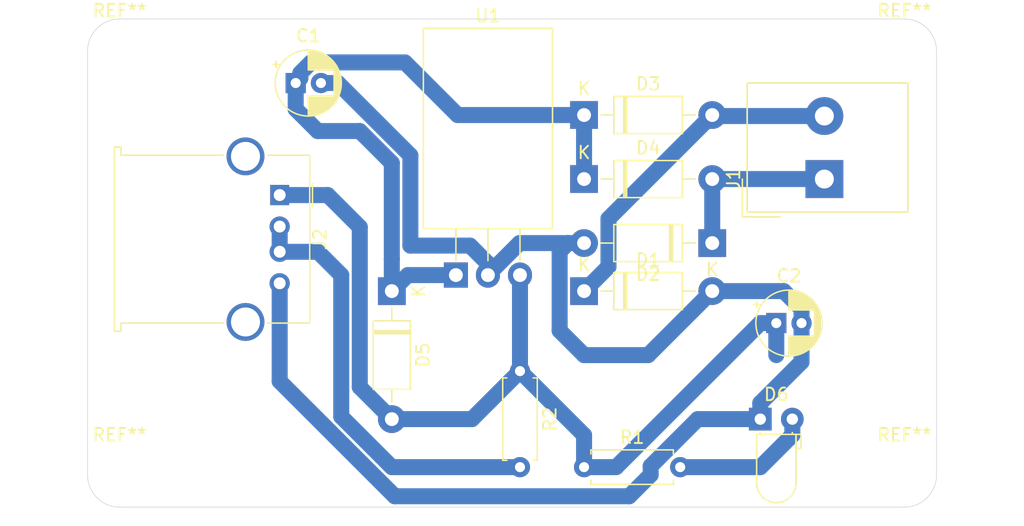
<source format=kicad_pcb>
(kicad_pcb (version 20171130) (host pcbnew "(5.1.8)-1")

  (general
    (thickness 1.6)
    (drawings 8)
    (tracks 72)
    (zones 0)
    (modules 17)
    (nets 8)
  )

  (page A4)
  (layers
    (0 F.Cu signal)
    (31 B.Cu signal)
    (32 B.Adhes user)
    (33 F.Adhes user)
    (34 B.Paste user)
    (35 F.Paste user)
    (36 B.SilkS user)
    (37 F.SilkS user)
    (38 B.Mask user)
    (39 F.Mask user)
    (40 Dwgs.User user)
    (41 Cmts.User user)
    (42 Eco1.User user)
    (43 Eco2.User user)
    (44 Edge.Cuts user)
    (45 Margin user)
    (46 B.CrtYd user)
    (47 F.CrtYd user)
    (48 B.Fab user)
    (49 F.Fab user)
  )

  (setup
    (last_trace_width 1.27)
    (user_trace_width 1.016)
    (user_trace_width 1.27)
    (trace_clearance 0.2)
    (zone_clearance 0.508)
    (zone_45_only no)
    (trace_min 0.2)
    (via_size 0.8)
    (via_drill 0.4)
    (via_min_size 0.4)
    (via_min_drill 0.3)
    (uvia_size 0.3)
    (uvia_drill 0.1)
    (uvias_allowed no)
    (uvia_min_size 0.2)
    (uvia_min_drill 0.1)
    (edge_width 0.05)
    (segment_width 0.2)
    (pcb_text_width 0.3)
    (pcb_text_size 1.5 1.5)
    (mod_edge_width 0.12)
    (mod_text_size 1 1)
    (mod_text_width 0.15)
    (pad_size 1.524 1.524)
    (pad_drill 0.762)
    (pad_to_mask_clearance 0)
    (aux_axis_origin 0 0)
    (grid_origin 149.85 64.77)
    (visible_elements FFFFFF7F)
    (pcbplotparams
      (layerselection 0x010fc_ffffffff)
      (usegerberextensions true)
      (usegerberattributes true)
      (usegerberadvancedattributes true)
      (creategerberjobfile true)
      (excludeedgelayer true)
      (linewidth 0.100000)
      (plotframeref true)
      (viasonmask false)
      (mode 1)
      (useauxorigin false)
      (hpglpennumber 1)
      (hpglpenspeed 20)
      (hpglpendiameter 15.000000)
      (psnegative false)
      (psa4output false)
      (plotreference false)
      (plotvalue true)
      (plotinvisibletext false)
      (padsonsilk false)
      (subtractmaskfromsilk false)
      (outputformat 1)
      (mirror false)
      (drillshape 0)
      (scaleselection 1)
      (outputdirectory "Gerber_Files/"))
  )

  (net 0 "")
  (net 1 "Net-(C1-Pad1)")
  (net 2 GND)
  (net 3 "Net-(C2-Pad1)")
  (net 4 "Net-(D1-Pad1)")
  (net 5 "Net-(D2-Pad1)")
  (net 6 "Net-(D6-Pad2)")
  (net 7 "Net-(J2-Pad2)")

  (net_class Default "This is the default net class."
    (clearance 0.2)
    (trace_width 0.25)
    (via_dia 0.8)
    (via_drill 0.4)
    (uvia_dia 0.3)
    (uvia_drill 0.1)
    (add_net GND)
    (add_net "Net-(C1-Pad1)")
    (add_net "Net-(C2-Pad1)")
    (add_net "Net-(D1-Pad1)")
    (add_net "Net-(D2-Pad1)")
    (add_net "Net-(D6-Pad2)")
    (add_net "Net-(J2-Pad2)")
  )

  (module Connector_USB:USB_A_Molex_67643_Horizontal (layer F.Cu) (tedit 5EA03975) (tstamp 60FF4AAC)
    (at 100.32 76.2 270)
    (descr "USB type A, Horizontal, https://www.molex.com/pdm_docs/sd/676433910_sd.pdf")
    (tags "USB_A Female Connector receptacle")
    (path /60FD4A36)
    (fp_text reference J2 (at 3.5 -3.19 90) (layer F.SilkS)
      (effects (font (size 1 1) (thickness 0.15)))
    )
    (fp_text value Screw_Terminal_01x04 (at 3.5 14.5 90) (layer F.Fab)
      (effects (font (size 1 1) (thickness 0.15)))
    )
    (fp_arc (start 10.07 2.71) (end 10.55 4.66) (angle -152.3426981) (layer F.CrtYd) (width 0.05))
    (fp_arc (start -3.07 2.71) (end -3.55 0.76) (angle -152.3426981) (layer F.CrtYd) (width 0.05))
    (fp_text user %R (at 3.5 3.7 90) (layer F.Fab)
      (effects (font (size 1 1) (thickness 0.15)))
    )
    (fp_line (start -3.05 -2.27) (end 10.05 -2.27) (layer F.Fab) (width 0.1))
    (fp_line (start 10.05 -2.27) (end 10.05 12.69) (layer F.Fab) (width 0.1))
    (fp_line (start -3.16 12.58) (end -3.16 4.47) (layer F.SilkS) (width 0.12))
    (fp_line (start -3.16 12.58) (end -3.81 12.58) (layer F.SilkS) (width 0.12))
    (fp_line (start -3.7 12.69) (end -3.7 12.99) (layer F.Fab) (width 0.1))
    (fp_line (start -3.7 12.99) (end 10.7 12.99) (layer F.Fab) (width 0.1))
    (fp_line (start 10.7 12.99) (end 10.7 12.69) (layer F.Fab) (width 0.1))
    (fp_line (start 10.7 12.69) (end 10.05 12.69) (layer F.Fab) (width 0.1))
    (fp_line (start -3.05 9.27) (end 10.05 9.27) (layer F.Fab) (width 0.1))
    (fp_line (start -3.55 -2.77) (end 10.55 -2.77) (layer F.CrtYd) (width 0.05))
    (fp_line (start 10.55 -2.77) (end 10.55 0.76) (layer F.CrtYd) (width 0.05))
    (fp_line (start -3.55 -2.77) (end -3.55 0.76) (layer F.CrtYd) (width 0.05))
    (fp_line (start -4.2 13.49) (end 11.2 13.49) (layer F.CrtYd) (width 0.05))
    (fp_line (start 11.2 13.49) (end 11.2 12.19) (layer F.CrtYd) (width 0.05))
    (fp_line (start 11.2 12.19) (end 10.55 12.19) (layer F.CrtYd) (width 0.05))
    (fp_line (start 10.55 12.19) (end 10.55 4.66) (layer F.CrtYd) (width 0.05))
    (fp_line (start -4.2 13.49) (end -4.2 12.19) (layer F.CrtYd) (width 0.05))
    (fp_line (start -4.2 12.19) (end -3.55 12.19) (layer F.CrtYd) (width 0.05))
    (fp_line (start -3.55 12.19) (end -3.55 4.66) (layer F.CrtYd) (width 0.05))
    (fp_line (start -3.16 -2.38) (end 10.16 -2.38) (layer F.SilkS) (width 0.12))
    (fp_line (start -3.16 -2.38) (end -3.16 0.95) (layer F.SilkS) (width 0.12))
    (fp_line (start 10.16 -2.38) (end 10.16 0.95) (layer F.SilkS) (width 0.12))
    (fp_line (start -3.05 12.69) (end -3.05 -2.27) (layer F.Fab) (width 0.1))
    (fp_line (start 10.81 13.1) (end 10.81 12.58) (layer F.SilkS) (width 0.12))
    (fp_line (start -3.81 13.1) (end 10.81 13.1) (layer F.SilkS) (width 0.12))
    (fp_line (start 10.16 4.47) (end 10.16 12.58) (layer F.SilkS) (width 0.12))
    (fp_line (start -3.81 12.58) (end -3.81 13.1) (layer F.SilkS) (width 0.12))
    (fp_line (start 10.81 12.58) (end 10.16 12.58) (layer F.SilkS) (width 0.12))
    (fp_line (start -3.05 12.69) (end -3.7 12.69) (layer F.Fab) (width 0.1))
    (fp_line (start -0.9 -2.6) (end 0.9 -2.6) (layer F.SilkS) (width 0.12))
    (fp_line (start -1 -2.27) (end 0 -1.27) (layer F.Fab) (width 0.1))
    (fp_line (start 0 -1.27) (end 1 -2.27) (layer F.Fab) (width 0.1))
    (pad 4 thru_hole circle (at 7 0 270) (size 1.6 1.6) (drill 0.95) (layers *.Cu *.Mask)
      (net 2 GND))
    (pad 3 thru_hole circle (at 4.5 0 270) (size 1.6 1.6) (drill 0.95) (layers *.Cu *.Mask)
      (net 7 "Net-(J2-Pad2)"))
    (pad 2 thru_hole circle (at 2.5 0 270) (size 1.6 1.6) (drill 0.95) (layers *.Cu *.Mask)
      (net 7 "Net-(J2-Pad2)"))
    (pad 1 thru_hole rect (at 0 0 270) (size 1.6 1.5) (drill 0.95) (layers *.Cu *.Mask)
      (net 3 "Net-(C2-Pad1)"))
    (pad 5 thru_hole circle (at 10.07 2.71 270) (size 3 3) (drill 2.3) (layers *.Cu *.Mask))
    (pad 5 thru_hole circle (at -3.07 2.71 270) (size 3 3) (drill 2.3) (layers *.Cu *.Mask))
    (model ${KISYS3DMOD}/Connector_USB.3dshapes/USB_A_Molex_67643_Horizontal.wrl
      (at (xyz 0 0 0))
      (scale (xyz 1 1 1))
      (rotate (xyz 0 0 0))
    )
  )

  (module LED_THT:LED_D3.0mm_Horizontal_O1.27mm_Z2.0mm (layer F.Cu) (tedit 5880A862) (tstamp 60FEF907)
    (at 138.42 93.98)
    (descr "LED, diameter 3.0mm z-position of LED center 2.0mm, 2 pins")
    (tags "LED diameter 3.0mm z-position of LED center 2.0mm 2 pins")
    (path /60FC45B5)
    (fp_text reference D6 (at 1.27 -1.96) (layer F.SilkS)
      (effects (font (size 1 1) (thickness 0.15)))
    )
    (fp_text value LED (at 1.27 7.63) (layer F.Fab)
      (effects (font (size 1 1) (thickness 0.15)))
    )
    (fp_arc (start 1.27 5.07) (end -0.29 5.07) (angle -180) (layer F.SilkS) (width 0.12))
    (fp_arc (start 1.27 5.07) (end -0.23 5.07) (angle -180) (layer F.Fab) (width 0.1))
    (fp_line (start -0.23 1.27) (end -0.23 5.07) (layer F.Fab) (width 0.1))
    (fp_line (start 2.77 1.27) (end 2.77 5.07) (layer F.Fab) (width 0.1))
    (fp_line (start -0.23 1.27) (end 2.77 1.27) (layer F.Fab) (width 0.1))
    (fp_line (start 3.17 1.27) (end 3.17 2.27) (layer F.Fab) (width 0.1))
    (fp_line (start 3.17 2.27) (end 2.77 2.27) (layer F.Fab) (width 0.1))
    (fp_line (start 2.77 2.27) (end 2.77 1.27) (layer F.Fab) (width 0.1))
    (fp_line (start 2.77 1.27) (end 3.17 1.27) (layer F.Fab) (width 0.1))
    (fp_line (start 0 0) (end 0 1.27) (layer F.Fab) (width 0.1))
    (fp_line (start 0 1.27) (end 0 1.27) (layer F.Fab) (width 0.1))
    (fp_line (start 0 1.27) (end 0 0) (layer F.Fab) (width 0.1))
    (fp_line (start 0 0) (end 0 0) (layer F.Fab) (width 0.1))
    (fp_line (start 2.54 0) (end 2.54 1.27) (layer F.Fab) (width 0.1))
    (fp_line (start 2.54 1.27) (end 2.54 1.27) (layer F.Fab) (width 0.1))
    (fp_line (start 2.54 1.27) (end 2.54 0) (layer F.Fab) (width 0.1))
    (fp_line (start 2.54 0) (end 2.54 0) (layer F.Fab) (width 0.1))
    (fp_line (start -0.29 1.21) (end -0.29 5.07) (layer F.SilkS) (width 0.12))
    (fp_line (start 2.83 1.21) (end 2.83 5.07) (layer F.SilkS) (width 0.12))
    (fp_line (start -0.29 1.21) (end 2.83 1.21) (layer F.SilkS) (width 0.12))
    (fp_line (start 3.23 1.21) (end 3.23 2.33) (layer F.SilkS) (width 0.12))
    (fp_line (start 3.23 2.33) (end 2.83 2.33) (layer F.SilkS) (width 0.12))
    (fp_line (start 2.83 2.33) (end 2.83 1.21) (layer F.SilkS) (width 0.12))
    (fp_line (start 2.83 1.21) (end 3.23 1.21) (layer F.SilkS) (width 0.12))
    (fp_line (start 0 1.08) (end 0 1.21) (layer F.SilkS) (width 0.12))
    (fp_line (start 0 1.21) (end 0 1.21) (layer F.SilkS) (width 0.12))
    (fp_line (start 0 1.21) (end 0 1.08) (layer F.SilkS) (width 0.12))
    (fp_line (start 0 1.08) (end 0 1.08) (layer F.SilkS) (width 0.12))
    (fp_line (start 2.54 1.08) (end 2.54 1.21) (layer F.SilkS) (width 0.12))
    (fp_line (start 2.54 1.21) (end 2.54 1.21) (layer F.SilkS) (width 0.12))
    (fp_line (start 2.54 1.21) (end 2.54 1.08) (layer F.SilkS) (width 0.12))
    (fp_line (start 2.54 1.08) (end 2.54 1.08) (layer F.SilkS) (width 0.12))
    (fp_line (start -1.25 -1.25) (end -1.25 6.9) (layer F.CrtYd) (width 0.05))
    (fp_line (start -1.25 6.9) (end 3.75 6.9) (layer F.CrtYd) (width 0.05))
    (fp_line (start 3.75 6.9) (end 3.75 -1.25) (layer F.CrtYd) (width 0.05))
    (fp_line (start 3.75 -1.25) (end -1.25 -1.25) (layer F.CrtYd) (width 0.05))
    (pad 2 thru_hole circle (at 2.54 0) (size 1.8 1.8) (drill 0.9) (layers *.Cu *.Mask)
      (net 6 "Net-(D6-Pad2)"))
    (pad 1 thru_hole rect (at 0 0) (size 1.8 1.8) (drill 0.9) (layers *.Cu *.Mask)
      (net 2 GND))
    (model ${KISYS3DMOD}/LED_THT.3dshapes/LED_D3.0mm_Horizontal_O1.27mm_Z2.0mm.wrl
      (at (xyz 0 0 0))
      (scale (xyz 1 1 1))
      (rotate (xyz 0 0 0))
    )
  )

  (module MountingHole:MountingHole_2.2mm_M2 (layer F.Cu) (tedit 56D1B4CB) (tstamp 60FEF333)
    (at 149.85 98.42)
    (descr "Mounting Hole 2.2mm, no annular, M2")
    (tags "mounting hole 2.2mm no annular m2")
    (attr virtual)
    (fp_text reference REF** (at 0 -3.2) (layer F.SilkS)
      (effects (font (size 1 1) (thickness 0.15)))
    )
    (fp_text value MountingHole_2.2mm_M2 (at 0 3.2) (layer F.Fab)
      (effects (font (size 1 1) (thickness 0.15)))
    )
    (fp_text user %R (at 0.3 0) (layer F.Fab)
      (effects (font (size 1 1) (thickness 0.15)))
    )
    (fp_circle (center 0 0) (end 2.2 0) (layer Cmts.User) (width 0.15))
    (fp_circle (center 0 0) (end 2.45 0) (layer F.CrtYd) (width 0.05))
    (pad 1 np_thru_hole circle (at 0 0) (size 2.2 2.2) (drill 2.2) (layers *.Cu *.Mask))
  )

  (module MountingHole:MountingHole_2.2mm_M2 (layer F.Cu) (tedit 56D1B4CB) (tstamp 60FEF308)
    (at 87.63 98.42)
    (descr "Mounting Hole 2.2mm, no annular, M2")
    (tags "mounting hole 2.2mm no annular m2")
    (attr virtual)
    (fp_text reference REF** (at 0 -3.2) (layer F.SilkS)
      (effects (font (size 1 1) (thickness 0.15)))
    )
    (fp_text value MountingHole_2.2mm_M2 (at 0 3.2) (layer F.Fab)
      (effects (font (size 1 1) (thickness 0.15)))
    )
    (fp_text user %R (at 0.3 0) (layer F.Fab)
      (effects (font (size 1 1) (thickness 0.15)))
    )
    (fp_circle (center 0 0) (end 2.2 0) (layer Cmts.User) (width 0.15))
    (fp_circle (center 0 0) (end 2.45 0) (layer F.CrtYd) (width 0.05))
    (pad 1 np_thru_hole circle (at 0 0) (size 2.2 2.2) (drill 2.2) (layers *.Cu *.Mask))
  )

  (module MountingHole:MountingHole_2.2mm_M2 (layer F.Cu) (tedit 56D1B4CB) (tstamp 60FEF2E4)
    (at 149.85 64.77)
    (descr "Mounting Hole 2.2mm, no annular, M2")
    (tags "mounting hole 2.2mm no annular m2")
    (attr virtual)
    (fp_text reference REF** (at 0 -3.2) (layer F.SilkS)
      (effects (font (size 1 1) (thickness 0.15)))
    )
    (fp_text value MountingHole_2.2mm_M2 (at 0 3.2) (layer F.Fab)
      (effects (font (size 1 1) (thickness 0.15)))
    )
    (fp_text user %R (at 0.3 0) (layer F.Fab)
      (effects (font (size 1 1) (thickness 0.15)))
    )
    (fp_circle (center 0 0) (end 2.2 0) (layer Cmts.User) (width 0.15))
    (fp_circle (center 0 0) (end 2.45 0) (layer F.CrtYd) (width 0.05))
    (pad 1 np_thru_hole circle (at 0 0) (size 2.2 2.2) (drill 2.2) (layers *.Cu *.Mask))
  )

  (module MountingHole:MountingHole_2.2mm_M2 (layer F.Cu) (tedit 56D1B4CB) (tstamp 60FEF2B9)
    (at 87.63 64.77)
    (descr "Mounting Hole 2.2mm, no annular, M2")
    (tags "mounting hole 2.2mm no annular m2")
    (attr virtual)
    (fp_text reference REF** (at 0 -3.2) (layer F.SilkS)
      (effects (font (size 1 1) (thickness 0.15)))
    )
    (fp_text value MountingHole_2.2mm_M2 (at 0 3.2) (layer F.Fab)
      (effects (font (size 1 1) (thickness 0.15)))
    )
    (fp_text user %R (at 0.3 0) (layer F.Fab)
      (effects (font (size 1 1) (thickness 0.15)))
    )
    (fp_circle (center 0 0) (end 2.2 0) (layer Cmts.User) (width 0.15))
    (fp_circle (center 0 0) (end 2.45 0) (layer F.CrtYd) (width 0.05))
    (pad 1 np_thru_hole circle (at 0 0) (size 2.2 2.2) (drill 2.2) (layers *.Cu *.Mask))
  )

  (module Capacitor_THT:CP_Radial_D5.0mm_P2.00mm (layer F.Cu) (tedit 5AE50EF0) (tstamp 60FEF7D6)
    (at 101.59 67.31)
    (descr "CP, Radial series, Radial, pin pitch=2.00mm, , diameter=5mm, Electrolytic Capacitor")
    (tags "CP Radial series Radial pin pitch 2.00mm  diameter 5mm Electrolytic Capacitor")
    (path /60FC2E20)
    (fp_text reference C1 (at 1 -3.75) (layer F.SilkS)
      (effects (font (size 1 1) (thickness 0.15)))
    )
    (fp_text value CP (at 1 3.75) (layer F.Fab)
      (effects (font (size 1 1) (thickness 0.15)))
    )
    (fp_line (start -1.554775 -1.725) (end -1.554775 -1.225) (layer F.SilkS) (width 0.12))
    (fp_line (start -1.804775 -1.475) (end -1.304775 -1.475) (layer F.SilkS) (width 0.12))
    (fp_line (start 3.601 -0.284) (end 3.601 0.284) (layer F.SilkS) (width 0.12))
    (fp_line (start 3.561 -0.518) (end 3.561 0.518) (layer F.SilkS) (width 0.12))
    (fp_line (start 3.521 -0.677) (end 3.521 0.677) (layer F.SilkS) (width 0.12))
    (fp_line (start 3.481 -0.805) (end 3.481 0.805) (layer F.SilkS) (width 0.12))
    (fp_line (start 3.441 -0.915) (end 3.441 0.915) (layer F.SilkS) (width 0.12))
    (fp_line (start 3.401 -1.011) (end 3.401 1.011) (layer F.SilkS) (width 0.12))
    (fp_line (start 3.361 -1.098) (end 3.361 1.098) (layer F.SilkS) (width 0.12))
    (fp_line (start 3.321 -1.178) (end 3.321 1.178) (layer F.SilkS) (width 0.12))
    (fp_line (start 3.281 -1.251) (end 3.281 1.251) (layer F.SilkS) (width 0.12))
    (fp_line (start 3.241 -1.319) (end 3.241 1.319) (layer F.SilkS) (width 0.12))
    (fp_line (start 3.201 -1.383) (end 3.201 1.383) (layer F.SilkS) (width 0.12))
    (fp_line (start 3.161 -1.443) (end 3.161 1.443) (layer F.SilkS) (width 0.12))
    (fp_line (start 3.121 -1.5) (end 3.121 1.5) (layer F.SilkS) (width 0.12))
    (fp_line (start 3.081 -1.554) (end 3.081 1.554) (layer F.SilkS) (width 0.12))
    (fp_line (start 3.041 -1.605) (end 3.041 1.605) (layer F.SilkS) (width 0.12))
    (fp_line (start 3.001 1.04) (end 3.001 1.653) (layer F.SilkS) (width 0.12))
    (fp_line (start 3.001 -1.653) (end 3.001 -1.04) (layer F.SilkS) (width 0.12))
    (fp_line (start 2.961 1.04) (end 2.961 1.699) (layer F.SilkS) (width 0.12))
    (fp_line (start 2.961 -1.699) (end 2.961 -1.04) (layer F.SilkS) (width 0.12))
    (fp_line (start 2.921 1.04) (end 2.921 1.743) (layer F.SilkS) (width 0.12))
    (fp_line (start 2.921 -1.743) (end 2.921 -1.04) (layer F.SilkS) (width 0.12))
    (fp_line (start 2.881 1.04) (end 2.881 1.785) (layer F.SilkS) (width 0.12))
    (fp_line (start 2.881 -1.785) (end 2.881 -1.04) (layer F.SilkS) (width 0.12))
    (fp_line (start 2.841 1.04) (end 2.841 1.826) (layer F.SilkS) (width 0.12))
    (fp_line (start 2.841 -1.826) (end 2.841 -1.04) (layer F.SilkS) (width 0.12))
    (fp_line (start 2.801 1.04) (end 2.801 1.864) (layer F.SilkS) (width 0.12))
    (fp_line (start 2.801 -1.864) (end 2.801 -1.04) (layer F.SilkS) (width 0.12))
    (fp_line (start 2.761 1.04) (end 2.761 1.901) (layer F.SilkS) (width 0.12))
    (fp_line (start 2.761 -1.901) (end 2.761 -1.04) (layer F.SilkS) (width 0.12))
    (fp_line (start 2.721 1.04) (end 2.721 1.937) (layer F.SilkS) (width 0.12))
    (fp_line (start 2.721 -1.937) (end 2.721 -1.04) (layer F.SilkS) (width 0.12))
    (fp_line (start 2.681 1.04) (end 2.681 1.971) (layer F.SilkS) (width 0.12))
    (fp_line (start 2.681 -1.971) (end 2.681 -1.04) (layer F.SilkS) (width 0.12))
    (fp_line (start 2.641 1.04) (end 2.641 2.004) (layer F.SilkS) (width 0.12))
    (fp_line (start 2.641 -2.004) (end 2.641 -1.04) (layer F.SilkS) (width 0.12))
    (fp_line (start 2.601 1.04) (end 2.601 2.035) (layer F.SilkS) (width 0.12))
    (fp_line (start 2.601 -2.035) (end 2.601 -1.04) (layer F.SilkS) (width 0.12))
    (fp_line (start 2.561 1.04) (end 2.561 2.065) (layer F.SilkS) (width 0.12))
    (fp_line (start 2.561 -2.065) (end 2.561 -1.04) (layer F.SilkS) (width 0.12))
    (fp_line (start 2.521 1.04) (end 2.521 2.095) (layer F.SilkS) (width 0.12))
    (fp_line (start 2.521 -2.095) (end 2.521 -1.04) (layer F.SilkS) (width 0.12))
    (fp_line (start 2.481 1.04) (end 2.481 2.122) (layer F.SilkS) (width 0.12))
    (fp_line (start 2.481 -2.122) (end 2.481 -1.04) (layer F.SilkS) (width 0.12))
    (fp_line (start 2.441 1.04) (end 2.441 2.149) (layer F.SilkS) (width 0.12))
    (fp_line (start 2.441 -2.149) (end 2.441 -1.04) (layer F.SilkS) (width 0.12))
    (fp_line (start 2.401 1.04) (end 2.401 2.175) (layer F.SilkS) (width 0.12))
    (fp_line (start 2.401 -2.175) (end 2.401 -1.04) (layer F.SilkS) (width 0.12))
    (fp_line (start 2.361 1.04) (end 2.361 2.2) (layer F.SilkS) (width 0.12))
    (fp_line (start 2.361 -2.2) (end 2.361 -1.04) (layer F.SilkS) (width 0.12))
    (fp_line (start 2.321 1.04) (end 2.321 2.224) (layer F.SilkS) (width 0.12))
    (fp_line (start 2.321 -2.224) (end 2.321 -1.04) (layer F.SilkS) (width 0.12))
    (fp_line (start 2.281 1.04) (end 2.281 2.247) (layer F.SilkS) (width 0.12))
    (fp_line (start 2.281 -2.247) (end 2.281 -1.04) (layer F.SilkS) (width 0.12))
    (fp_line (start 2.241 1.04) (end 2.241 2.268) (layer F.SilkS) (width 0.12))
    (fp_line (start 2.241 -2.268) (end 2.241 -1.04) (layer F.SilkS) (width 0.12))
    (fp_line (start 2.201 1.04) (end 2.201 2.29) (layer F.SilkS) (width 0.12))
    (fp_line (start 2.201 -2.29) (end 2.201 -1.04) (layer F.SilkS) (width 0.12))
    (fp_line (start 2.161 1.04) (end 2.161 2.31) (layer F.SilkS) (width 0.12))
    (fp_line (start 2.161 -2.31) (end 2.161 -1.04) (layer F.SilkS) (width 0.12))
    (fp_line (start 2.121 1.04) (end 2.121 2.329) (layer F.SilkS) (width 0.12))
    (fp_line (start 2.121 -2.329) (end 2.121 -1.04) (layer F.SilkS) (width 0.12))
    (fp_line (start 2.081 1.04) (end 2.081 2.348) (layer F.SilkS) (width 0.12))
    (fp_line (start 2.081 -2.348) (end 2.081 -1.04) (layer F.SilkS) (width 0.12))
    (fp_line (start 2.041 1.04) (end 2.041 2.365) (layer F.SilkS) (width 0.12))
    (fp_line (start 2.041 -2.365) (end 2.041 -1.04) (layer F.SilkS) (width 0.12))
    (fp_line (start 2.001 1.04) (end 2.001 2.382) (layer F.SilkS) (width 0.12))
    (fp_line (start 2.001 -2.382) (end 2.001 -1.04) (layer F.SilkS) (width 0.12))
    (fp_line (start 1.961 1.04) (end 1.961 2.398) (layer F.SilkS) (width 0.12))
    (fp_line (start 1.961 -2.398) (end 1.961 -1.04) (layer F.SilkS) (width 0.12))
    (fp_line (start 1.921 1.04) (end 1.921 2.414) (layer F.SilkS) (width 0.12))
    (fp_line (start 1.921 -2.414) (end 1.921 -1.04) (layer F.SilkS) (width 0.12))
    (fp_line (start 1.881 1.04) (end 1.881 2.428) (layer F.SilkS) (width 0.12))
    (fp_line (start 1.881 -2.428) (end 1.881 -1.04) (layer F.SilkS) (width 0.12))
    (fp_line (start 1.841 1.04) (end 1.841 2.442) (layer F.SilkS) (width 0.12))
    (fp_line (start 1.841 -2.442) (end 1.841 -1.04) (layer F.SilkS) (width 0.12))
    (fp_line (start 1.801 1.04) (end 1.801 2.455) (layer F.SilkS) (width 0.12))
    (fp_line (start 1.801 -2.455) (end 1.801 -1.04) (layer F.SilkS) (width 0.12))
    (fp_line (start 1.761 1.04) (end 1.761 2.468) (layer F.SilkS) (width 0.12))
    (fp_line (start 1.761 -2.468) (end 1.761 -1.04) (layer F.SilkS) (width 0.12))
    (fp_line (start 1.721 1.04) (end 1.721 2.48) (layer F.SilkS) (width 0.12))
    (fp_line (start 1.721 -2.48) (end 1.721 -1.04) (layer F.SilkS) (width 0.12))
    (fp_line (start 1.68 1.04) (end 1.68 2.491) (layer F.SilkS) (width 0.12))
    (fp_line (start 1.68 -2.491) (end 1.68 -1.04) (layer F.SilkS) (width 0.12))
    (fp_line (start 1.64 1.04) (end 1.64 2.501) (layer F.SilkS) (width 0.12))
    (fp_line (start 1.64 -2.501) (end 1.64 -1.04) (layer F.SilkS) (width 0.12))
    (fp_line (start 1.6 1.04) (end 1.6 2.511) (layer F.SilkS) (width 0.12))
    (fp_line (start 1.6 -2.511) (end 1.6 -1.04) (layer F.SilkS) (width 0.12))
    (fp_line (start 1.56 1.04) (end 1.56 2.52) (layer F.SilkS) (width 0.12))
    (fp_line (start 1.56 -2.52) (end 1.56 -1.04) (layer F.SilkS) (width 0.12))
    (fp_line (start 1.52 1.04) (end 1.52 2.528) (layer F.SilkS) (width 0.12))
    (fp_line (start 1.52 -2.528) (end 1.52 -1.04) (layer F.SilkS) (width 0.12))
    (fp_line (start 1.48 1.04) (end 1.48 2.536) (layer F.SilkS) (width 0.12))
    (fp_line (start 1.48 -2.536) (end 1.48 -1.04) (layer F.SilkS) (width 0.12))
    (fp_line (start 1.44 1.04) (end 1.44 2.543) (layer F.SilkS) (width 0.12))
    (fp_line (start 1.44 -2.543) (end 1.44 -1.04) (layer F.SilkS) (width 0.12))
    (fp_line (start 1.4 1.04) (end 1.4 2.55) (layer F.SilkS) (width 0.12))
    (fp_line (start 1.4 -2.55) (end 1.4 -1.04) (layer F.SilkS) (width 0.12))
    (fp_line (start 1.36 1.04) (end 1.36 2.556) (layer F.SilkS) (width 0.12))
    (fp_line (start 1.36 -2.556) (end 1.36 -1.04) (layer F.SilkS) (width 0.12))
    (fp_line (start 1.32 1.04) (end 1.32 2.561) (layer F.SilkS) (width 0.12))
    (fp_line (start 1.32 -2.561) (end 1.32 -1.04) (layer F.SilkS) (width 0.12))
    (fp_line (start 1.28 1.04) (end 1.28 2.565) (layer F.SilkS) (width 0.12))
    (fp_line (start 1.28 -2.565) (end 1.28 -1.04) (layer F.SilkS) (width 0.12))
    (fp_line (start 1.24 1.04) (end 1.24 2.569) (layer F.SilkS) (width 0.12))
    (fp_line (start 1.24 -2.569) (end 1.24 -1.04) (layer F.SilkS) (width 0.12))
    (fp_line (start 1.2 1.04) (end 1.2 2.573) (layer F.SilkS) (width 0.12))
    (fp_line (start 1.2 -2.573) (end 1.2 -1.04) (layer F.SilkS) (width 0.12))
    (fp_line (start 1.16 1.04) (end 1.16 2.576) (layer F.SilkS) (width 0.12))
    (fp_line (start 1.16 -2.576) (end 1.16 -1.04) (layer F.SilkS) (width 0.12))
    (fp_line (start 1.12 1.04) (end 1.12 2.578) (layer F.SilkS) (width 0.12))
    (fp_line (start 1.12 -2.578) (end 1.12 -1.04) (layer F.SilkS) (width 0.12))
    (fp_line (start 1.08 1.04) (end 1.08 2.579) (layer F.SilkS) (width 0.12))
    (fp_line (start 1.08 -2.579) (end 1.08 -1.04) (layer F.SilkS) (width 0.12))
    (fp_line (start 1.04 -2.58) (end 1.04 -1.04) (layer F.SilkS) (width 0.12))
    (fp_line (start 1.04 1.04) (end 1.04 2.58) (layer F.SilkS) (width 0.12))
    (fp_line (start 1 -2.58) (end 1 -1.04) (layer F.SilkS) (width 0.12))
    (fp_line (start 1 1.04) (end 1 2.58) (layer F.SilkS) (width 0.12))
    (fp_line (start -0.883605 -1.3375) (end -0.883605 -0.8375) (layer F.Fab) (width 0.1))
    (fp_line (start -1.133605 -1.0875) (end -0.633605 -1.0875) (layer F.Fab) (width 0.1))
    (fp_circle (center 1 0) (end 3.75 0) (layer F.CrtYd) (width 0.05))
    (fp_circle (center 1 0) (end 3.62 0) (layer F.SilkS) (width 0.12))
    (fp_circle (center 1 0) (end 3.5 0) (layer F.Fab) (width 0.1))
    (fp_text user %R (at 1 0) (layer F.Fab)
      (effects (font (size 1 1) (thickness 0.15)))
    )
    (pad 1 thru_hole rect (at 0 0) (size 1.6 1.6) (drill 0.8) (layers *.Cu *.Mask)
      (net 1 "Net-(C1-Pad1)"))
    (pad 2 thru_hole circle (at 2 0) (size 1.6 1.6) (drill 0.8) (layers *.Cu *.Mask)
      (net 2 GND))
    (model ${KISYS3DMOD}/Capacitor_THT.3dshapes/CP_Radial_D5.0mm_P2.00mm.wrl
      (at (xyz 0 0 0))
      (scale (xyz 1 1 1))
      (rotate (xyz 0 0 0))
    )
  )

  (module Capacitor_THT:CP_Radial_D5.0mm_P2.00mm (layer F.Cu) (tedit 5AE50EF0) (tstamp 60FEF859)
    (at 139.69 86.36)
    (descr "CP, Radial series, Radial, pin pitch=2.00mm, , diameter=5mm, Electrolytic Capacitor")
    (tags "CP Radial series Radial pin pitch 2.00mm  diameter 5mm Electrolytic Capacitor")
    (path /60FC37B0)
    (fp_text reference C2 (at 1 -3.75) (layer F.SilkS)
      (effects (font (size 1 1) (thickness 0.15)))
    )
    (fp_text value CP (at 1 3.75) (layer F.Fab)
      (effects (font (size 1 1) (thickness 0.15)))
    )
    (fp_text user %R (at 1 0) (layer F.Fab)
      (effects (font (size 1 1) (thickness 0.15)))
    )
    (fp_circle (center 1 0) (end 3.5 0) (layer F.Fab) (width 0.1))
    (fp_circle (center 1 0) (end 3.62 0) (layer F.SilkS) (width 0.12))
    (fp_circle (center 1 0) (end 3.75 0) (layer F.CrtYd) (width 0.05))
    (fp_line (start -1.133605 -1.0875) (end -0.633605 -1.0875) (layer F.Fab) (width 0.1))
    (fp_line (start -0.883605 -1.3375) (end -0.883605 -0.8375) (layer F.Fab) (width 0.1))
    (fp_line (start 1 1.04) (end 1 2.58) (layer F.SilkS) (width 0.12))
    (fp_line (start 1 -2.58) (end 1 -1.04) (layer F.SilkS) (width 0.12))
    (fp_line (start 1.04 1.04) (end 1.04 2.58) (layer F.SilkS) (width 0.12))
    (fp_line (start 1.04 -2.58) (end 1.04 -1.04) (layer F.SilkS) (width 0.12))
    (fp_line (start 1.08 -2.579) (end 1.08 -1.04) (layer F.SilkS) (width 0.12))
    (fp_line (start 1.08 1.04) (end 1.08 2.579) (layer F.SilkS) (width 0.12))
    (fp_line (start 1.12 -2.578) (end 1.12 -1.04) (layer F.SilkS) (width 0.12))
    (fp_line (start 1.12 1.04) (end 1.12 2.578) (layer F.SilkS) (width 0.12))
    (fp_line (start 1.16 -2.576) (end 1.16 -1.04) (layer F.SilkS) (width 0.12))
    (fp_line (start 1.16 1.04) (end 1.16 2.576) (layer F.SilkS) (width 0.12))
    (fp_line (start 1.2 -2.573) (end 1.2 -1.04) (layer F.SilkS) (width 0.12))
    (fp_line (start 1.2 1.04) (end 1.2 2.573) (layer F.SilkS) (width 0.12))
    (fp_line (start 1.24 -2.569) (end 1.24 -1.04) (layer F.SilkS) (width 0.12))
    (fp_line (start 1.24 1.04) (end 1.24 2.569) (layer F.SilkS) (width 0.12))
    (fp_line (start 1.28 -2.565) (end 1.28 -1.04) (layer F.SilkS) (width 0.12))
    (fp_line (start 1.28 1.04) (end 1.28 2.565) (layer F.SilkS) (width 0.12))
    (fp_line (start 1.32 -2.561) (end 1.32 -1.04) (layer F.SilkS) (width 0.12))
    (fp_line (start 1.32 1.04) (end 1.32 2.561) (layer F.SilkS) (width 0.12))
    (fp_line (start 1.36 -2.556) (end 1.36 -1.04) (layer F.SilkS) (width 0.12))
    (fp_line (start 1.36 1.04) (end 1.36 2.556) (layer F.SilkS) (width 0.12))
    (fp_line (start 1.4 -2.55) (end 1.4 -1.04) (layer F.SilkS) (width 0.12))
    (fp_line (start 1.4 1.04) (end 1.4 2.55) (layer F.SilkS) (width 0.12))
    (fp_line (start 1.44 -2.543) (end 1.44 -1.04) (layer F.SilkS) (width 0.12))
    (fp_line (start 1.44 1.04) (end 1.44 2.543) (layer F.SilkS) (width 0.12))
    (fp_line (start 1.48 -2.536) (end 1.48 -1.04) (layer F.SilkS) (width 0.12))
    (fp_line (start 1.48 1.04) (end 1.48 2.536) (layer F.SilkS) (width 0.12))
    (fp_line (start 1.52 -2.528) (end 1.52 -1.04) (layer F.SilkS) (width 0.12))
    (fp_line (start 1.52 1.04) (end 1.52 2.528) (layer F.SilkS) (width 0.12))
    (fp_line (start 1.56 -2.52) (end 1.56 -1.04) (layer F.SilkS) (width 0.12))
    (fp_line (start 1.56 1.04) (end 1.56 2.52) (layer F.SilkS) (width 0.12))
    (fp_line (start 1.6 -2.511) (end 1.6 -1.04) (layer F.SilkS) (width 0.12))
    (fp_line (start 1.6 1.04) (end 1.6 2.511) (layer F.SilkS) (width 0.12))
    (fp_line (start 1.64 -2.501) (end 1.64 -1.04) (layer F.SilkS) (width 0.12))
    (fp_line (start 1.64 1.04) (end 1.64 2.501) (layer F.SilkS) (width 0.12))
    (fp_line (start 1.68 -2.491) (end 1.68 -1.04) (layer F.SilkS) (width 0.12))
    (fp_line (start 1.68 1.04) (end 1.68 2.491) (layer F.SilkS) (width 0.12))
    (fp_line (start 1.721 -2.48) (end 1.721 -1.04) (layer F.SilkS) (width 0.12))
    (fp_line (start 1.721 1.04) (end 1.721 2.48) (layer F.SilkS) (width 0.12))
    (fp_line (start 1.761 -2.468) (end 1.761 -1.04) (layer F.SilkS) (width 0.12))
    (fp_line (start 1.761 1.04) (end 1.761 2.468) (layer F.SilkS) (width 0.12))
    (fp_line (start 1.801 -2.455) (end 1.801 -1.04) (layer F.SilkS) (width 0.12))
    (fp_line (start 1.801 1.04) (end 1.801 2.455) (layer F.SilkS) (width 0.12))
    (fp_line (start 1.841 -2.442) (end 1.841 -1.04) (layer F.SilkS) (width 0.12))
    (fp_line (start 1.841 1.04) (end 1.841 2.442) (layer F.SilkS) (width 0.12))
    (fp_line (start 1.881 -2.428) (end 1.881 -1.04) (layer F.SilkS) (width 0.12))
    (fp_line (start 1.881 1.04) (end 1.881 2.428) (layer F.SilkS) (width 0.12))
    (fp_line (start 1.921 -2.414) (end 1.921 -1.04) (layer F.SilkS) (width 0.12))
    (fp_line (start 1.921 1.04) (end 1.921 2.414) (layer F.SilkS) (width 0.12))
    (fp_line (start 1.961 -2.398) (end 1.961 -1.04) (layer F.SilkS) (width 0.12))
    (fp_line (start 1.961 1.04) (end 1.961 2.398) (layer F.SilkS) (width 0.12))
    (fp_line (start 2.001 -2.382) (end 2.001 -1.04) (layer F.SilkS) (width 0.12))
    (fp_line (start 2.001 1.04) (end 2.001 2.382) (layer F.SilkS) (width 0.12))
    (fp_line (start 2.041 -2.365) (end 2.041 -1.04) (layer F.SilkS) (width 0.12))
    (fp_line (start 2.041 1.04) (end 2.041 2.365) (layer F.SilkS) (width 0.12))
    (fp_line (start 2.081 -2.348) (end 2.081 -1.04) (layer F.SilkS) (width 0.12))
    (fp_line (start 2.081 1.04) (end 2.081 2.348) (layer F.SilkS) (width 0.12))
    (fp_line (start 2.121 -2.329) (end 2.121 -1.04) (layer F.SilkS) (width 0.12))
    (fp_line (start 2.121 1.04) (end 2.121 2.329) (layer F.SilkS) (width 0.12))
    (fp_line (start 2.161 -2.31) (end 2.161 -1.04) (layer F.SilkS) (width 0.12))
    (fp_line (start 2.161 1.04) (end 2.161 2.31) (layer F.SilkS) (width 0.12))
    (fp_line (start 2.201 -2.29) (end 2.201 -1.04) (layer F.SilkS) (width 0.12))
    (fp_line (start 2.201 1.04) (end 2.201 2.29) (layer F.SilkS) (width 0.12))
    (fp_line (start 2.241 -2.268) (end 2.241 -1.04) (layer F.SilkS) (width 0.12))
    (fp_line (start 2.241 1.04) (end 2.241 2.268) (layer F.SilkS) (width 0.12))
    (fp_line (start 2.281 -2.247) (end 2.281 -1.04) (layer F.SilkS) (width 0.12))
    (fp_line (start 2.281 1.04) (end 2.281 2.247) (layer F.SilkS) (width 0.12))
    (fp_line (start 2.321 -2.224) (end 2.321 -1.04) (layer F.SilkS) (width 0.12))
    (fp_line (start 2.321 1.04) (end 2.321 2.224) (layer F.SilkS) (width 0.12))
    (fp_line (start 2.361 -2.2) (end 2.361 -1.04) (layer F.SilkS) (width 0.12))
    (fp_line (start 2.361 1.04) (end 2.361 2.2) (layer F.SilkS) (width 0.12))
    (fp_line (start 2.401 -2.175) (end 2.401 -1.04) (layer F.SilkS) (width 0.12))
    (fp_line (start 2.401 1.04) (end 2.401 2.175) (layer F.SilkS) (width 0.12))
    (fp_line (start 2.441 -2.149) (end 2.441 -1.04) (layer F.SilkS) (width 0.12))
    (fp_line (start 2.441 1.04) (end 2.441 2.149) (layer F.SilkS) (width 0.12))
    (fp_line (start 2.481 -2.122) (end 2.481 -1.04) (layer F.SilkS) (width 0.12))
    (fp_line (start 2.481 1.04) (end 2.481 2.122) (layer F.SilkS) (width 0.12))
    (fp_line (start 2.521 -2.095) (end 2.521 -1.04) (layer F.SilkS) (width 0.12))
    (fp_line (start 2.521 1.04) (end 2.521 2.095) (layer F.SilkS) (width 0.12))
    (fp_line (start 2.561 -2.065) (end 2.561 -1.04) (layer F.SilkS) (width 0.12))
    (fp_line (start 2.561 1.04) (end 2.561 2.065) (layer F.SilkS) (width 0.12))
    (fp_line (start 2.601 -2.035) (end 2.601 -1.04) (layer F.SilkS) (width 0.12))
    (fp_line (start 2.601 1.04) (end 2.601 2.035) (layer F.SilkS) (width 0.12))
    (fp_line (start 2.641 -2.004) (end 2.641 -1.04) (layer F.SilkS) (width 0.12))
    (fp_line (start 2.641 1.04) (end 2.641 2.004) (layer F.SilkS) (width 0.12))
    (fp_line (start 2.681 -1.971) (end 2.681 -1.04) (layer F.SilkS) (width 0.12))
    (fp_line (start 2.681 1.04) (end 2.681 1.971) (layer F.SilkS) (width 0.12))
    (fp_line (start 2.721 -1.937) (end 2.721 -1.04) (layer F.SilkS) (width 0.12))
    (fp_line (start 2.721 1.04) (end 2.721 1.937) (layer F.SilkS) (width 0.12))
    (fp_line (start 2.761 -1.901) (end 2.761 -1.04) (layer F.SilkS) (width 0.12))
    (fp_line (start 2.761 1.04) (end 2.761 1.901) (layer F.SilkS) (width 0.12))
    (fp_line (start 2.801 -1.864) (end 2.801 -1.04) (layer F.SilkS) (width 0.12))
    (fp_line (start 2.801 1.04) (end 2.801 1.864) (layer F.SilkS) (width 0.12))
    (fp_line (start 2.841 -1.826) (end 2.841 -1.04) (layer F.SilkS) (width 0.12))
    (fp_line (start 2.841 1.04) (end 2.841 1.826) (layer F.SilkS) (width 0.12))
    (fp_line (start 2.881 -1.785) (end 2.881 -1.04) (layer F.SilkS) (width 0.12))
    (fp_line (start 2.881 1.04) (end 2.881 1.785) (layer F.SilkS) (width 0.12))
    (fp_line (start 2.921 -1.743) (end 2.921 -1.04) (layer F.SilkS) (width 0.12))
    (fp_line (start 2.921 1.04) (end 2.921 1.743) (layer F.SilkS) (width 0.12))
    (fp_line (start 2.961 -1.699) (end 2.961 -1.04) (layer F.SilkS) (width 0.12))
    (fp_line (start 2.961 1.04) (end 2.961 1.699) (layer F.SilkS) (width 0.12))
    (fp_line (start 3.001 -1.653) (end 3.001 -1.04) (layer F.SilkS) (width 0.12))
    (fp_line (start 3.001 1.04) (end 3.001 1.653) (layer F.SilkS) (width 0.12))
    (fp_line (start 3.041 -1.605) (end 3.041 1.605) (layer F.SilkS) (width 0.12))
    (fp_line (start 3.081 -1.554) (end 3.081 1.554) (layer F.SilkS) (width 0.12))
    (fp_line (start 3.121 -1.5) (end 3.121 1.5) (layer F.SilkS) (width 0.12))
    (fp_line (start 3.161 -1.443) (end 3.161 1.443) (layer F.SilkS) (width 0.12))
    (fp_line (start 3.201 -1.383) (end 3.201 1.383) (layer F.SilkS) (width 0.12))
    (fp_line (start 3.241 -1.319) (end 3.241 1.319) (layer F.SilkS) (width 0.12))
    (fp_line (start 3.281 -1.251) (end 3.281 1.251) (layer F.SilkS) (width 0.12))
    (fp_line (start 3.321 -1.178) (end 3.321 1.178) (layer F.SilkS) (width 0.12))
    (fp_line (start 3.361 -1.098) (end 3.361 1.098) (layer F.SilkS) (width 0.12))
    (fp_line (start 3.401 -1.011) (end 3.401 1.011) (layer F.SilkS) (width 0.12))
    (fp_line (start 3.441 -0.915) (end 3.441 0.915) (layer F.SilkS) (width 0.12))
    (fp_line (start 3.481 -0.805) (end 3.481 0.805) (layer F.SilkS) (width 0.12))
    (fp_line (start 3.521 -0.677) (end 3.521 0.677) (layer F.SilkS) (width 0.12))
    (fp_line (start 3.561 -0.518) (end 3.561 0.518) (layer F.SilkS) (width 0.12))
    (fp_line (start 3.601 -0.284) (end 3.601 0.284) (layer F.SilkS) (width 0.12))
    (fp_line (start -1.804775 -1.475) (end -1.304775 -1.475) (layer F.SilkS) (width 0.12))
    (fp_line (start -1.554775 -1.725) (end -1.554775 -1.225) (layer F.SilkS) (width 0.12))
    (pad 2 thru_hole circle (at 2 0) (size 1.6 1.6) (drill 0.8) (layers *.Cu *.Mask)
      (net 2 GND))
    (pad 1 thru_hole rect (at 0 0) (size 1.6 1.6) (drill 0.8) (layers *.Cu *.Mask)
      (net 3 "Net-(C2-Pad1)"))
    (model ${KISYS3DMOD}/Capacitor_THT.3dshapes/CP_Radial_D5.0mm_P2.00mm.wrl
      (at (xyz 0 0 0))
      (scale (xyz 1 1 1))
      (rotate (xyz 0 0 0))
    )
  )

  (module Diode_THT:D_DO-41_SOD81_P10.16mm_Horizontal (layer F.Cu) (tedit 5AE50CD5) (tstamp 60FEF878)
    (at 124.45 83.82)
    (descr "Diode, DO-41_SOD81 series, Axial, Horizontal, pin pitch=10.16mm, , length*diameter=5.2*2.7mm^2, , http://www.diodes.com/_files/packages/DO-41%20(Plastic).pdf")
    (tags "Diode DO-41_SOD81 series Axial Horizontal pin pitch 10.16mm  length 5.2mm diameter 2.7mm")
    (path /60FC16E2)
    (fp_text reference D1 (at 5.08 -2.47) (layer F.SilkS)
      (effects (font (size 1 1) (thickness 0.15)))
    )
    (fp_text value 1N4007 (at 5.08 2.47) (layer F.Fab)
      (effects (font (size 1 1) (thickness 0.15)))
    )
    (fp_line (start 11.51 -1.6) (end -1.35 -1.6) (layer F.CrtYd) (width 0.05))
    (fp_line (start 11.51 1.6) (end 11.51 -1.6) (layer F.CrtYd) (width 0.05))
    (fp_line (start -1.35 1.6) (end 11.51 1.6) (layer F.CrtYd) (width 0.05))
    (fp_line (start -1.35 -1.6) (end -1.35 1.6) (layer F.CrtYd) (width 0.05))
    (fp_line (start 3.14 -1.47) (end 3.14 1.47) (layer F.SilkS) (width 0.12))
    (fp_line (start 3.38 -1.47) (end 3.38 1.47) (layer F.SilkS) (width 0.12))
    (fp_line (start 3.26 -1.47) (end 3.26 1.47) (layer F.SilkS) (width 0.12))
    (fp_line (start 8.82 0) (end 7.8 0) (layer F.SilkS) (width 0.12))
    (fp_line (start 1.34 0) (end 2.36 0) (layer F.SilkS) (width 0.12))
    (fp_line (start 7.8 -1.47) (end 2.36 -1.47) (layer F.SilkS) (width 0.12))
    (fp_line (start 7.8 1.47) (end 7.8 -1.47) (layer F.SilkS) (width 0.12))
    (fp_line (start 2.36 1.47) (end 7.8 1.47) (layer F.SilkS) (width 0.12))
    (fp_line (start 2.36 -1.47) (end 2.36 1.47) (layer F.SilkS) (width 0.12))
    (fp_line (start 3.16 -1.35) (end 3.16 1.35) (layer F.Fab) (width 0.1))
    (fp_line (start 3.36 -1.35) (end 3.36 1.35) (layer F.Fab) (width 0.1))
    (fp_line (start 3.26 -1.35) (end 3.26 1.35) (layer F.Fab) (width 0.1))
    (fp_line (start 10.16 0) (end 7.68 0) (layer F.Fab) (width 0.1))
    (fp_line (start 0 0) (end 2.48 0) (layer F.Fab) (width 0.1))
    (fp_line (start 7.68 -1.35) (end 2.48 -1.35) (layer F.Fab) (width 0.1))
    (fp_line (start 7.68 1.35) (end 7.68 -1.35) (layer F.Fab) (width 0.1))
    (fp_line (start 2.48 1.35) (end 7.68 1.35) (layer F.Fab) (width 0.1))
    (fp_line (start 2.48 -1.35) (end 2.48 1.35) (layer F.Fab) (width 0.1))
    (fp_text user %R (at 5.47 0) (layer F.Fab)
      (effects (font (size 1 1) (thickness 0.15)))
    )
    (fp_text user K (at 0 -2.1) (layer F.Fab)
      (effects (font (size 1 1) (thickness 0.15)))
    )
    (fp_text user K (at 0 -2.1) (layer F.SilkS)
      (effects (font (size 1 1) (thickness 0.15)))
    )
    (pad 1 thru_hole rect (at 0 0) (size 2.2 2.2) (drill 1.1) (layers *.Cu *.Mask)
      (net 4 "Net-(D1-Pad1)"))
    (pad 2 thru_hole oval (at 10.16 0) (size 2.2 2.2) (drill 1.1) (layers *.Cu *.Mask)
      (net 2 GND))
    (model ${KISYS3DMOD}/Diode_THT.3dshapes/D_DO-41_SOD81_P10.16mm_Horizontal.wrl
      (at (xyz 0 0 0))
      (scale (xyz 1 1 1))
      (rotate (xyz 0 0 0))
    )
  )

  (module Diode_THT:D_DO-41_SOD81_P10.16mm_Horizontal (layer F.Cu) (tedit 5AE50CD5) (tstamp 60FF25B7)
    (at 134.61 80.01 180)
    (descr "Diode, DO-41_SOD81 series, Axial, Horizontal, pin pitch=10.16mm, , length*diameter=5.2*2.7mm^2, , http://www.diodes.com/_files/packages/DO-41%20(Plastic).pdf")
    (tags "Diode DO-41_SOD81 series Axial Horizontal pin pitch 10.16mm  length 5.2mm diameter 2.7mm")
    (path /60FC20B9)
    (fp_text reference D2 (at 5.08 -2.47) (layer F.SilkS)
      (effects (font (size 1 1) (thickness 0.15)))
    )
    (fp_text value 1N4007 (at 5.08 2.47) (layer F.Fab)
      (effects (font (size 1 1) (thickness 0.15)))
    )
    (fp_text user K (at 0 -2.1) (layer F.SilkS)
      (effects (font (size 1 1) (thickness 0.15)))
    )
    (fp_text user K (at 0 -2.1) (layer F.Fab)
      (effects (font (size 1 1) (thickness 0.15)))
    )
    (fp_text user %R (at 5.47 0) (layer F.Fab)
      (effects (font (size 1 1) (thickness 0.15)))
    )
    (fp_line (start 2.48 -1.35) (end 2.48 1.35) (layer F.Fab) (width 0.1))
    (fp_line (start 2.48 1.35) (end 7.68 1.35) (layer F.Fab) (width 0.1))
    (fp_line (start 7.68 1.35) (end 7.68 -1.35) (layer F.Fab) (width 0.1))
    (fp_line (start 7.68 -1.35) (end 2.48 -1.35) (layer F.Fab) (width 0.1))
    (fp_line (start 0 0) (end 2.48 0) (layer F.Fab) (width 0.1))
    (fp_line (start 10.16 0) (end 7.68 0) (layer F.Fab) (width 0.1))
    (fp_line (start 3.26 -1.35) (end 3.26 1.35) (layer F.Fab) (width 0.1))
    (fp_line (start 3.36 -1.35) (end 3.36 1.35) (layer F.Fab) (width 0.1))
    (fp_line (start 3.16 -1.35) (end 3.16 1.35) (layer F.Fab) (width 0.1))
    (fp_line (start 2.36 -1.47) (end 2.36 1.47) (layer F.SilkS) (width 0.12))
    (fp_line (start 2.36 1.47) (end 7.8 1.47) (layer F.SilkS) (width 0.12))
    (fp_line (start 7.8 1.47) (end 7.8 -1.47) (layer F.SilkS) (width 0.12))
    (fp_line (start 7.8 -1.47) (end 2.36 -1.47) (layer F.SilkS) (width 0.12))
    (fp_line (start 1.34 0) (end 2.36 0) (layer F.SilkS) (width 0.12))
    (fp_line (start 8.82 0) (end 7.8 0) (layer F.SilkS) (width 0.12))
    (fp_line (start 3.26 -1.47) (end 3.26 1.47) (layer F.SilkS) (width 0.12))
    (fp_line (start 3.38 -1.47) (end 3.38 1.47) (layer F.SilkS) (width 0.12))
    (fp_line (start 3.14 -1.47) (end 3.14 1.47) (layer F.SilkS) (width 0.12))
    (fp_line (start -1.35 -1.6) (end -1.35 1.6) (layer F.CrtYd) (width 0.05))
    (fp_line (start -1.35 1.6) (end 11.51 1.6) (layer F.CrtYd) (width 0.05))
    (fp_line (start 11.51 1.6) (end 11.51 -1.6) (layer F.CrtYd) (width 0.05))
    (fp_line (start 11.51 -1.6) (end -1.35 -1.6) (layer F.CrtYd) (width 0.05))
    (pad 2 thru_hole oval (at 10.16 0 180) (size 2.2 2.2) (drill 1.1) (layers *.Cu *.Mask)
      (net 2 GND))
    (pad 1 thru_hole rect (at 0 0 180) (size 2.2 2.2) (drill 1.1) (layers *.Cu *.Mask)
      (net 5 "Net-(D2-Pad1)"))
    (model ${KISYS3DMOD}/Diode_THT.3dshapes/D_DO-41_SOD81_P10.16mm_Horizontal.wrl
      (at (xyz 0 0 0))
      (scale (xyz 1 1 1))
      (rotate (xyz 0 0 0))
    )
  )

  (module Diode_THT:D_DO-41_SOD81_P10.16mm_Horizontal (layer F.Cu) (tedit 5AE50CD5) (tstamp 60FEF8B6)
    (at 124.45 69.85)
    (descr "Diode, DO-41_SOD81 series, Axial, Horizontal, pin pitch=10.16mm, , length*diameter=5.2*2.7mm^2, , http://www.diodes.com/_files/packages/DO-41%20(Plastic).pdf")
    (tags "Diode DO-41_SOD81 series Axial Horizontal pin pitch 10.16mm  length 5.2mm diameter 2.7mm")
    (path /60FC2277)
    (fp_text reference D3 (at 5.08 -2.47) (layer F.SilkS)
      (effects (font (size 1 1) (thickness 0.15)))
    )
    (fp_text value 1N4007 (at 5.08 2.47) (layer F.Fab)
      (effects (font (size 1 1) (thickness 0.15)))
    )
    (fp_line (start 11.51 -1.6) (end -1.35 -1.6) (layer F.CrtYd) (width 0.05))
    (fp_line (start 11.51 1.6) (end 11.51 -1.6) (layer F.CrtYd) (width 0.05))
    (fp_line (start -1.35 1.6) (end 11.51 1.6) (layer F.CrtYd) (width 0.05))
    (fp_line (start -1.35 -1.6) (end -1.35 1.6) (layer F.CrtYd) (width 0.05))
    (fp_line (start 3.14 -1.47) (end 3.14 1.47) (layer F.SilkS) (width 0.12))
    (fp_line (start 3.38 -1.47) (end 3.38 1.47) (layer F.SilkS) (width 0.12))
    (fp_line (start 3.26 -1.47) (end 3.26 1.47) (layer F.SilkS) (width 0.12))
    (fp_line (start 8.82 0) (end 7.8 0) (layer F.SilkS) (width 0.12))
    (fp_line (start 1.34 0) (end 2.36 0) (layer F.SilkS) (width 0.12))
    (fp_line (start 7.8 -1.47) (end 2.36 -1.47) (layer F.SilkS) (width 0.12))
    (fp_line (start 7.8 1.47) (end 7.8 -1.47) (layer F.SilkS) (width 0.12))
    (fp_line (start 2.36 1.47) (end 7.8 1.47) (layer F.SilkS) (width 0.12))
    (fp_line (start 2.36 -1.47) (end 2.36 1.47) (layer F.SilkS) (width 0.12))
    (fp_line (start 3.16 -1.35) (end 3.16 1.35) (layer F.Fab) (width 0.1))
    (fp_line (start 3.36 -1.35) (end 3.36 1.35) (layer F.Fab) (width 0.1))
    (fp_line (start 3.26 -1.35) (end 3.26 1.35) (layer F.Fab) (width 0.1))
    (fp_line (start 10.16 0) (end 7.68 0) (layer F.Fab) (width 0.1))
    (fp_line (start 0 0) (end 2.48 0) (layer F.Fab) (width 0.1))
    (fp_line (start 7.68 -1.35) (end 2.48 -1.35) (layer F.Fab) (width 0.1))
    (fp_line (start 7.68 1.35) (end 7.68 -1.35) (layer F.Fab) (width 0.1))
    (fp_line (start 2.48 1.35) (end 7.68 1.35) (layer F.Fab) (width 0.1))
    (fp_line (start 2.48 -1.35) (end 2.48 1.35) (layer F.Fab) (width 0.1))
    (fp_text user %R (at 5.47 0) (layer F.Fab)
      (effects (font (size 1 1) (thickness 0.15)))
    )
    (fp_text user K (at 0 -2.1) (layer F.Fab)
      (effects (font (size 1 1) (thickness 0.15)))
    )
    (fp_text user K (at 0 -2.1) (layer F.SilkS)
      (effects (font (size 1 1) (thickness 0.15)))
    )
    (pad 1 thru_hole rect (at 0 0) (size 2.2 2.2) (drill 1.1) (layers *.Cu *.Mask)
      (net 1 "Net-(C1-Pad1)"))
    (pad 2 thru_hole oval (at 10.16 0) (size 2.2 2.2) (drill 1.1) (layers *.Cu *.Mask)
      (net 4 "Net-(D1-Pad1)"))
    (model ${KISYS3DMOD}/Diode_THT.3dshapes/D_DO-41_SOD81_P10.16mm_Horizontal.wrl
      (at (xyz 0 0 0))
      (scale (xyz 1 1 1))
      (rotate (xyz 0 0 0))
    )
  )

  (module Diode_THT:D_DO-41_SOD81_P10.16mm_Horizontal (layer F.Cu) (tedit 5AE50CD5) (tstamp 60FF26C6)
    (at 124.45 74.93)
    (descr "Diode, DO-41_SOD81 series, Axial, Horizontal, pin pitch=10.16mm, , length*diameter=5.2*2.7mm^2, , http://www.diodes.com/_files/packages/DO-41%20(Plastic).pdf")
    (tags "Diode DO-41_SOD81 series Axial Horizontal pin pitch 10.16mm  length 5.2mm diameter 2.7mm")
    (path /60FC28D1)
    (fp_text reference D4 (at 5.08 -2.47) (layer F.SilkS)
      (effects (font (size 1 1) (thickness 0.15)))
    )
    (fp_text value 1N4007 (at 5.08 2.47) (layer F.Fab)
      (effects (font (size 1 1) (thickness 0.15)))
    )
    (fp_text user K (at 0 -2.1) (layer F.SilkS)
      (effects (font (size 1 1) (thickness 0.15)))
    )
    (fp_text user K (at 0 -2.1) (layer F.Fab)
      (effects (font (size 1 1) (thickness 0.15)))
    )
    (fp_text user %R (at 5.47 0) (layer F.Fab)
      (effects (font (size 1 1) (thickness 0.15)))
    )
    (fp_line (start 2.48 -1.35) (end 2.48 1.35) (layer F.Fab) (width 0.1))
    (fp_line (start 2.48 1.35) (end 7.68 1.35) (layer F.Fab) (width 0.1))
    (fp_line (start 7.68 1.35) (end 7.68 -1.35) (layer F.Fab) (width 0.1))
    (fp_line (start 7.68 -1.35) (end 2.48 -1.35) (layer F.Fab) (width 0.1))
    (fp_line (start 0 0) (end 2.48 0) (layer F.Fab) (width 0.1))
    (fp_line (start 10.16 0) (end 7.68 0) (layer F.Fab) (width 0.1))
    (fp_line (start 3.26 -1.35) (end 3.26 1.35) (layer F.Fab) (width 0.1))
    (fp_line (start 3.36 -1.35) (end 3.36 1.35) (layer F.Fab) (width 0.1))
    (fp_line (start 3.16 -1.35) (end 3.16 1.35) (layer F.Fab) (width 0.1))
    (fp_line (start 2.36 -1.47) (end 2.36 1.47) (layer F.SilkS) (width 0.12))
    (fp_line (start 2.36 1.47) (end 7.8 1.47) (layer F.SilkS) (width 0.12))
    (fp_line (start 7.8 1.47) (end 7.8 -1.47) (layer F.SilkS) (width 0.12))
    (fp_line (start 7.8 -1.47) (end 2.36 -1.47) (layer F.SilkS) (width 0.12))
    (fp_line (start 1.34 0) (end 2.36 0) (layer F.SilkS) (width 0.12))
    (fp_line (start 8.82 0) (end 7.8 0) (layer F.SilkS) (width 0.12))
    (fp_line (start 3.26 -1.47) (end 3.26 1.47) (layer F.SilkS) (width 0.12))
    (fp_line (start 3.38 -1.47) (end 3.38 1.47) (layer F.SilkS) (width 0.12))
    (fp_line (start 3.14 -1.47) (end 3.14 1.47) (layer F.SilkS) (width 0.12))
    (fp_line (start -1.35 -1.6) (end -1.35 1.6) (layer F.CrtYd) (width 0.05))
    (fp_line (start -1.35 1.6) (end 11.51 1.6) (layer F.CrtYd) (width 0.05))
    (fp_line (start 11.51 1.6) (end 11.51 -1.6) (layer F.CrtYd) (width 0.05))
    (fp_line (start 11.51 -1.6) (end -1.35 -1.6) (layer F.CrtYd) (width 0.05))
    (pad 2 thru_hole oval (at 10.16 0) (size 2.2 2.2) (drill 1.1) (layers *.Cu *.Mask)
      (net 5 "Net-(D2-Pad1)"))
    (pad 1 thru_hole rect (at 0 0) (size 2.2 2.2) (drill 1.1) (layers *.Cu *.Mask)
      (net 1 "Net-(C1-Pad1)"))
    (model ${KISYS3DMOD}/Diode_THT.3dshapes/D_DO-41_SOD81_P10.16mm_Horizontal.wrl
      (at (xyz 0 0 0))
      (scale (xyz 1 1 1))
      (rotate (xyz 0 0 0))
    )
  )

  (module Diode_THT:D_DO-41_SOD81_P10.16mm_Horizontal (layer F.Cu) (tedit 5AE50CD5) (tstamp 60FF14E5)
    (at 109.21 83.82 270)
    (descr "Diode, DO-41_SOD81 series, Axial, Horizontal, pin pitch=10.16mm, , length*diameter=5.2*2.7mm^2, , http://www.diodes.com/_files/packages/DO-41%20(Plastic).pdf")
    (tags "Diode DO-41_SOD81 series Axial Horizontal pin pitch 10.16mm  length 5.2mm diameter 2.7mm")
    (path /60FCEC91)
    (fp_text reference D5 (at 5.08 -2.47 90) (layer F.SilkS)
      (effects (font (size 1 1) (thickness 0.15)))
    )
    (fp_text value 1N4007 (at 5.08 2.47 90) (layer F.Fab)
      (effects (font (size 1 1) (thickness 0.15)))
    )
    (fp_line (start 11.51 -1.6) (end -1.35 -1.6) (layer F.CrtYd) (width 0.05))
    (fp_line (start 11.51 1.6) (end 11.51 -1.6) (layer F.CrtYd) (width 0.05))
    (fp_line (start -1.35 1.6) (end 11.51 1.6) (layer F.CrtYd) (width 0.05))
    (fp_line (start -1.35 -1.6) (end -1.35 1.6) (layer F.CrtYd) (width 0.05))
    (fp_line (start 3.14 -1.47) (end 3.14 1.47) (layer F.SilkS) (width 0.12))
    (fp_line (start 3.38 -1.47) (end 3.38 1.47) (layer F.SilkS) (width 0.12))
    (fp_line (start 3.26 -1.47) (end 3.26 1.47) (layer F.SilkS) (width 0.12))
    (fp_line (start 8.82 0) (end 7.8 0) (layer F.SilkS) (width 0.12))
    (fp_line (start 1.34 0) (end 2.36 0) (layer F.SilkS) (width 0.12))
    (fp_line (start 7.8 -1.47) (end 2.36 -1.47) (layer F.SilkS) (width 0.12))
    (fp_line (start 7.8 1.47) (end 7.8 -1.47) (layer F.SilkS) (width 0.12))
    (fp_line (start 2.36 1.47) (end 7.8 1.47) (layer F.SilkS) (width 0.12))
    (fp_line (start 2.36 -1.47) (end 2.36 1.47) (layer F.SilkS) (width 0.12))
    (fp_line (start 3.16 -1.35) (end 3.16 1.35) (layer F.Fab) (width 0.1))
    (fp_line (start 3.36 -1.35) (end 3.36 1.35) (layer F.Fab) (width 0.1))
    (fp_line (start 3.26 -1.35) (end 3.26 1.35) (layer F.Fab) (width 0.1))
    (fp_line (start 10.16 0) (end 7.68 0) (layer F.Fab) (width 0.1))
    (fp_line (start 0 0) (end 2.48 0) (layer F.Fab) (width 0.1))
    (fp_line (start 7.68 -1.35) (end 2.48 -1.35) (layer F.Fab) (width 0.1))
    (fp_line (start 7.68 1.35) (end 7.68 -1.35) (layer F.Fab) (width 0.1))
    (fp_line (start 2.48 1.35) (end 7.68 1.35) (layer F.Fab) (width 0.1))
    (fp_line (start 2.48 -1.35) (end 2.48 1.35) (layer F.Fab) (width 0.1))
    (fp_text user %R (at 5.47 0 90) (layer F.Fab)
      (effects (font (size 1 1) (thickness 0.15)))
    )
    (fp_text user K (at 0 -2.1 90) (layer F.Fab)
      (effects (font (size 1 1) (thickness 0.15)))
    )
    (fp_text user K (at 0 -2.1 90) (layer F.SilkS)
      (effects (font (size 1 1) (thickness 0.15)))
    )
    (pad 1 thru_hole rect (at 0 0 270) (size 2.2 2.2) (drill 1.1) (layers *.Cu *.Mask)
      (net 1 "Net-(C1-Pad1)"))
    (pad 2 thru_hole oval (at 10.16 0 270) (size 2.2 2.2) (drill 1.1) (layers *.Cu *.Mask)
      (net 3 "Net-(C2-Pad1)"))
    (model ${KISYS3DMOD}/Diode_THT.3dshapes/D_DO-41_SOD81_P10.16mm_Horizontal.wrl
      (at (xyz 0 0 0))
      (scale (xyz 1 1 1))
      (rotate (xyz 0 0 0))
    )
  )

  (module TerminalBlock_Altech:Altech_AK300_1x02_P5.00mm_45-Degree (layer F.Cu) (tedit 5C27907F) (tstamp 60FEF921)
    (at 143.5 74.93 90)
    (descr "Altech AK300 serie terminal block (Script generated with StandardBox.py) (http://www.altechcorp.com/PDFS/PCBMETRC.PDF)")
    (tags "Altech AK300 serie connector")
    (path /60FC5340)
    (fp_text reference J1 (at 0 -7.2 90) (layer F.SilkS)
      (effects (font (size 1 1) (thickness 0.15)))
    )
    (fp_text value Screw_Terminal_01x02 (at 2.5 7.5 90) (layer F.Fab)
      (effects (font (size 1 1) (thickness 0.15)))
    )
    (fp_line (start -2.75 -6.25) (end -2.75 6.75) (layer F.CrtYd) (width 0.05))
    (fp_line (start -2.75 6.75) (end 7.75 6.75) (layer F.CrtYd) (width 0.05))
    (fp_line (start 7.75 -6.25) (end 7.75 6.75) (layer F.CrtYd) (width 0.05))
    (fp_line (start -2.75 -6.25) (end 7.75 -6.25) (layer F.CrtYd) (width 0.05))
    (fp_line (start -2.62 -6.12) (end -2.62 6.62) (layer F.SilkS) (width 0.12))
    (fp_line (start -2.62 6.62) (end 7.62 6.62) (layer F.SilkS) (width 0.12))
    (fp_line (start 7.62 -6.12) (end 7.62 6.62) (layer F.SilkS) (width 0.12))
    (fp_line (start -2.62 -6.12) (end 7.62 -6.12) (layer F.SilkS) (width 0.12))
    (fp_line (start -2.62 -6.12) (end -2.62 6.62) (layer F.SilkS) (width 0.12))
    (fp_line (start -2.62 6.62) (end 7.62 6.62) (layer F.SilkS) (width 0.12))
    (fp_line (start 7.62 -6.12) (end 7.62 6.62) (layer F.SilkS) (width 0.12))
    (fp_line (start -2.62 -6.12) (end 7.62 -6.12) (layer F.SilkS) (width 0.12))
    (fp_line (start -3 -6.5) (end 0 -6.5) (layer F.SilkS) (width 0.12))
    (fp_line (start -3 -3.5) (end -3 -6.5) (layer F.SilkS) (width 0.12))
    (fp_line (start -2.5 -5.5) (end -2 -6) (layer F.Fab) (width 0.1))
    (fp_line (start -2.5 6.5) (end -2.5 -5.5) (layer F.Fab) (width 0.1))
    (fp_line (start 7.5 6.5) (end -2.5 6.5) (layer F.Fab) (width 0.1))
    (fp_line (start 7.5 -6) (end 7.5 6.5) (layer F.Fab) (width 0.1))
    (fp_line (start -2 -6) (end 7.5 -6) (layer F.Fab) (width 0.1))
    (fp_text user %R (at 2.5 0.25 90) (layer F.Fab)
      (effects (font (size 1 1) (thickness 0.15)))
    )
    (pad 1 thru_hole rect (at 0 0 90) (size 3 3) (drill 1.5) (layers *.Cu *.Mask)
      (net 5 "Net-(D2-Pad1)"))
    (pad 2 thru_hole circle (at 5 0 90) (size 3 3) (drill 1.5) (layers *.Cu *.Mask)
      (net 4 "Net-(D1-Pad1)"))
    (model ${KISYS3DMOD}/TerminalBlock_Altech.3dshapes/Altech_AK300_1x02_P5.00mm_45-Degree.wrl
      (at (xyz 0 0 0))
      (scale (xyz 1 1 1))
      (rotate (xyz 0 0 0))
    )
  )

  (module Resistor_THT:R_Axial_DIN0207_L6.3mm_D2.5mm_P7.62mm_Horizontal (layer F.Cu) (tedit 5AE5139B) (tstamp 60FEF938)
    (at 124.45 97.79)
    (descr "Resistor, Axial_DIN0207 series, Axial, Horizontal, pin pitch=7.62mm, 0.25W = 1/4W, length*diameter=6.3*2.5mm^2, http://cdn-reichelt.de/documents/datenblatt/B400/1_4W%23YAG.pdf")
    (tags "Resistor Axial_DIN0207 series Axial Horizontal pin pitch 7.62mm 0.25W = 1/4W length 6.3mm diameter 2.5mm")
    (path /60FC3CC1)
    (fp_text reference R1 (at 3.81 -2.37) (layer F.SilkS)
      (effects (font (size 1 1) (thickness 0.15)))
    )
    (fp_text value 220 (at 3.81 2.37) (layer F.Fab)
      (effects (font (size 1 1) (thickness 0.15)))
    )
    (fp_line (start 8.67 -1.5) (end -1.05 -1.5) (layer F.CrtYd) (width 0.05))
    (fp_line (start 8.67 1.5) (end 8.67 -1.5) (layer F.CrtYd) (width 0.05))
    (fp_line (start -1.05 1.5) (end 8.67 1.5) (layer F.CrtYd) (width 0.05))
    (fp_line (start -1.05 -1.5) (end -1.05 1.5) (layer F.CrtYd) (width 0.05))
    (fp_line (start 7.08 1.37) (end 7.08 1.04) (layer F.SilkS) (width 0.12))
    (fp_line (start 0.54 1.37) (end 7.08 1.37) (layer F.SilkS) (width 0.12))
    (fp_line (start 0.54 1.04) (end 0.54 1.37) (layer F.SilkS) (width 0.12))
    (fp_line (start 7.08 -1.37) (end 7.08 -1.04) (layer F.SilkS) (width 0.12))
    (fp_line (start 0.54 -1.37) (end 7.08 -1.37) (layer F.SilkS) (width 0.12))
    (fp_line (start 0.54 -1.04) (end 0.54 -1.37) (layer F.SilkS) (width 0.12))
    (fp_line (start 7.62 0) (end 6.96 0) (layer F.Fab) (width 0.1))
    (fp_line (start 0 0) (end 0.66 0) (layer F.Fab) (width 0.1))
    (fp_line (start 6.96 -1.25) (end 0.66 -1.25) (layer F.Fab) (width 0.1))
    (fp_line (start 6.96 1.25) (end 6.96 -1.25) (layer F.Fab) (width 0.1))
    (fp_line (start 0.66 1.25) (end 6.96 1.25) (layer F.Fab) (width 0.1))
    (fp_line (start 0.66 -1.25) (end 0.66 1.25) (layer F.Fab) (width 0.1))
    (fp_text user %R (at 3.81 0) (layer F.Fab)
      (effects (font (size 1 1) (thickness 0.15)))
    )
    (pad 1 thru_hole circle (at 0 0) (size 1.6 1.6) (drill 0.8) (layers *.Cu *.Mask)
      (net 3 "Net-(C2-Pad1)"))
    (pad 2 thru_hole oval (at 7.62 0) (size 1.6 1.6) (drill 0.8) (layers *.Cu *.Mask)
      (net 6 "Net-(D6-Pad2)"))
    (model ${KISYS3DMOD}/Resistor_THT.3dshapes/R_Axial_DIN0207_L6.3mm_D2.5mm_P7.62mm_Horizontal.wrl
      (at (xyz 0 0 0))
      (scale (xyz 1 1 1))
      (rotate (xyz 0 0 0))
    )
  )

  (module Resistor_THT:R_Axial_DIN0207_L6.3mm_D2.5mm_P7.62mm_Horizontal (layer F.Cu) (tedit 5AE5139B) (tstamp 60FEF94F)
    (at 119.37 90.17 270)
    (descr "Resistor, Axial_DIN0207 series, Axial, Horizontal, pin pitch=7.62mm, 0.25W = 1/4W, length*diameter=6.3*2.5mm^2, http://cdn-reichelt.de/documents/datenblatt/B400/1_4W%23YAG.pdf")
    (tags "Resistor Axial_DIN0207 series Axial Horizontal pin pitch 7.62mm 0.25W = 1/4W length 6.3mm diameter 2.5mm")
    (path /60FC415B)
    (fp_text reference R2 (at 3.81 -2.37 90) (layer F.SilkS)
      (effects (font (size 1 1) (thickness 0.15)))
    )
    (fp_text value 10k (at 3.81 2.37 90) (layer F.Fab)
      (effects (font (size 1 1) (thickness 0.15)))
    )
    (fp_text user %R (at 3.81 0 90) (layer F.Fab)
      (effects (font (size 1 1) (thickness 0.15)))
    )
    (fp_line (start 0.66 -1.25) (end 0.66 1.25) (layer F.Fab) (width 0.1))
    (fp_line (start 0.66 1.25) (end 6.96 1.25) (layer F.Fab) (width 0.1))
    (fp_line (start 6.96 1.25) (end 6.96 -1.25) (layer F.Fab) (width 0.1))
    (fp_line (start 6.96 -1.25) (end 0.66 -1.25) (layer F.Fab) (width 0.1))
    (fp_line (start 0 0) (end 0.66 0) (layer F.Fab) (width 0.1))
    (fp_line (start 7.62 0) (end 6.96 0) (layer F.Fab) (width 0.1))
    (fp_line (start 0.54 -1.04) (end 0.54 -1.37) (layer F.SilkS) (width 0.12))
    (fp_line (start 0.54 -1.37) (end 7.08 -1.37) (layer F.SilkS) (width 0.12))
    (fp_line (start 7.08 -1.37) (end 7.08 -1.04) (layer F.SilkS) (width 0.12))
    (fp_line (start 0.54 1.04) (end 0.54 1.37) (layer F.SilkS) (width 0.12))
    (fp_line (start 0.54 1.37) (end 7.08 1.37) (layer F.SilkS) (width 0.12))
    (fp_line (start 7.08 1.37) (end 7.08 1.04) (layer F.SilkS) (width 0.12))
    (fp_line (start -1.05 -1.5) (end -1.05 1.5) (layer F.CrtYd) (width 0.05))
    (fp_line (start -1.05 1.5) (end 8.67 1.5) (layer F.CrtYd) (width 0.05))
    (fp_line (start 8.67 1.5) (end 8.67 -1.5) (layer F.CrtYd) (width 0.05))
    (fp_line (start 8.67 -1.5) (end -1.05 -1.5) (layer F.CrtYd) (width 0.05))
    (pad 2 thru_hole oval (at 7.62 0 270) (size 1.6 1.6) (drill 0.8) (layers *.Cu *.Mask)
      (net 7 "Net-(J2-Pad2)"))
    (pad 1 thru_hole circle (at 0 0 270) (size 1.6 1.6) (drill 0.8) (layers *.Cu *.Mask)
      (net 3 "Net-(C2-Pad1)"))
    (model ${KISYS3DMOD}/Resistor_THT.3dshapes/R_Axial_DIN0207_L6.3mm_D2.5mm_P7.62mm_Horizontal.wrl
      (at (xyz 0 0 0))
      (scale (xyz 1 1 1))
      (rotate (xyz 0 0 0))
    )
  )

  (module Package_TO_SOT_THT:TO-220-3_Horizontal_TabDown (layer F.Cu) (tedit 5AC8BA0D) (tstamp 60FEF96F)
    (at 114.29 82.55)
    (descr "TO-220-3, Horizontal, RM 2.54mm, see https://www.vishay.com/docs/66542/to-220-1.pdf")
    (tags "TO-220-3 Horizontal RM 2.54mm")
    (path /60FC32CE)
    (fp_text reference U1 (at 2.54 -20.58) (layer F.SilkS)
      (effects (font (size 1 1) (thickness 0.15)))
    )
    (fp_text value L7805 (at 2.54 2) (layer F.Fab)
      (effects (font (size 1 1) (thickness 0.15)))
    )
    (fp_line (start 7.79 -19.71) (end -2.71 -19.71) (layer F.CrtYd) (width 0.05))
    (fp_line (start 7.79 1.25) (end 7.79 -19.71) (layer F.CrtYd) (width 0.05))
    (fp_line (start -2.71 1.25) (end 7.79 1.25) (layer F.CrtYd) (width 0.05))
    (fp_line (start -2.71 -19.71) (end -2.71 1.25) (layer F.CrtYd) (width 0.05))
    (fp_line (start 5.08 -3.69) (end 5.08 -1.15) (layer F.SilkS) (width 0.12))
    (fp_line (start 2.54 -3.69) (end 2.54 -1.15) (layer F.SilkS) (width 0.12))
    (fp_line (start 0 -3.69) (end 0 -1.15) (layer F.SilkS) (width 0.12))
    (fp_line (start 7.66 -19.58) (end 7.66 -3.69) (layer F.SilkS) (width 0.12))
    (fp_line (start -2.58 -19.58) (end -2.58 -3.69) (layer F.SilkS) (width 0.12))
    (fp_line (start -2.58 -19.58) (end 7.66 -19.58) (layer F.SilkS) (width 0.12))
    (fp_line (start -2.58 -3.69) (end 7.66 -3.69) (layer F.SilkS) (width 0.12))
    (fp_line (start 5.08 -3.81) (end 5.08 0) (layer F.Fab) (width 0.1))
    (fp_line (start 2.54 -3.81) (end 2.54 0) (layer F.Fab) (width 0.1))
    (fp_line (start 0 -3.81) (end 0 0) (layer F.Fab) (width 0.1))
    (fp_line (start 7.54 -3.81) (end -2.46 -3.81) (layer F.Fab) (width 0.1))
    (fp_line (start 7.54 -13.06) (end 7.54 -3.81) (layer F.Fab) (width 0.1))
    (fp_line (start -2.46 -13.06) (end 7.54 -13.06) (layer F.Fab) (width 0.1))
    (fp_line (start -2.46 -3.81) (end -2.46 -13.06) (layer F.Fab) (width 0.1))
    (fp_line (start 7.54 -13.06) (end -2.46 -13.06) (layer F.Fab) (width 0.1))
    (fp_line (start 7.54 -19.46) (end 7.54 -13.06) (layer F.Fab) (width 0.1))
    (fp_line (start -2.46 -19.46) (end 7.54 -19.46) (layer F.Fab) (width 0.1))
    (fp_line (start -2.46 -13.06) (end -2.46 -19.46) (layer F.Fab) (width 0.1))
    (fp_circle (center 2.54 -16.66) (end 4.39 -16.66) (layer F.Fab) (width 0.1))
    (fp_text user %R (at 2.54 -20.58) (layer F.Fab)
      (effects (font (size 1 1) (thickness 0.15)))
    )
    (pad "" np_thru_hole oval (at 2.54 -16.66) (size 3.5 3.5) (drill 3.5) (layers *.Cu *.Mask))
    (pad 1 thru_hole rect (at 0 0) (size 1.905 2) (drill 1.1) (layers *.Cu *.Mask)
      (net 1 "Net-(C1-Pad1)"))
    (pad 2 thru_hole oval (at 2.54 0) (size 1.905 2) (drill 1.1) (layers *.Cu *.Mask)
      (net 2 GND))
    (pad 3 thru_hole oval (at 5.08 0) (size 1.905 2) (drill 1.1) (layers *.Cu *.Mask)
      (net 3 "Net-(C2-Pad1)"))
    (model ${KISYS3DMOD}/Package_TO_SOT_THT.3dshapes/TO-220-3_Horizontal_TabDown.wrl
      (at (xyz 0 0 0))
      (scale (xyz 1 1 1))
      (rotate (xyz 0 0 0))
    )
  )

  (gr_line (start 85.09 64.77) (end 85.09 98.42) (layer Edge.Cuts) (width 0.05) (tstamp 60FF2AE1))
  (gr_line (start 149.85 62.23) (end 87.63 62.23) (layer Edge.Cuts) (width 0.05) (tstamp 60FF2AE0))
  (gr_line (start 152.39 98.42) (end 152.39 64.77) (layer Edge.Cuts) (width 0.05) (tstamp 60FF2ADF))
  (gr_line (start 87.63 100.96) (end 149.85 100.96) (layer Edge.Cuts) (width 0.05) (tstamp 60FF2ADE))
  (gr_arc (start 149.85 64.77) (end 152.39 64.77) (angle -90) (layer Edge.Cuts) (width 0.05))
  (gr_arc (start 149.85 98.42) (end 149.85 100.96) (angle -90) (layer Edge.Cuts) (width 0.05))
  (gr_arc (start 87.63 98.42) (end 85.09 98.42) (angle -90) (layer Edge.Cuts) (width 0.05))
  (gr_arc (start 87.63 64.77) (end 87.63 62.23) (angle -90) (layer Edge.Cuts) (width 0.05))

  (segment (start 109.21 81.28) (end 109.21 73.66) (width 1.27) (layer B.Cu) (net 1))
  (segment (start 109.21 73.66) (end 106.67 71.12) (width 1.27) (layer B.Cu) (net 1))
  (segment (start 103.33 71.12) (end 101.59 69.38) (width 1.27) (layer B.Cu) (net 1))
  (segment (start 101.59 69.38) (end 101.59 67.31) (width 1.27) (layer B.Cu) (net 1))
  (segment (start 106.67 71.12) (end 103.33 71.12) (width 1.27) (layer B.Cu) (net 1))
  (segment (start 124.45 69.85) (end 124.45 74.93) (width 1.27) (layer B.Cu) (net 1))
  (segment (start 114.424198 69.85) (end 124.45 69.85) (width 1.27) (layer B.Cu) (net 1))
  (segment (start 110.249197 65.674999) (end 114.424198 69.85) (width 1.27) (layer B.Cu) (net 1))
  (segment (start 102.805199 65.674999) (end 110.249197 65.674999) (width 1.27) (layer B.Cu) (net 1))
  (segment (start 101.954999 66.525199) (end 102.805199 65.674999) (width 1.27) (layer B.Cu) (net 1))
  (segment (start 101.954999 66.945001) (end 101.954999 66.525199) (width 1.27) (layer B.Cu) (net 1))
  (segment (start 101.59 67.31) (end 101.954999 66.945001) (width 1.27) (layer B.Cu) (net 1))
  (segment (start 109.21 81.28) (end 109.21 83.82) (width 1.27) (layer B.Cu) (net 1))
  (segment (start 110.48 82.55) (end 109.21 83.82) (width 1.27) (layer B.Cu) (net 1))
  (segment (start 114.29 82.55) (end 110.48 82.55) (width 1.27) (layer B.Cu) (net 1))
  (segment (start 138.42 93.98) (end 138.42 92.71) (width 1.27) (layer B.Cu) (net 2))
  (segment (start 141.69 89.44) (end 141.69 86.36) (width 1.27) (layer B.Cu) (net 2))
  (segment (start 138.42 92.71) (end 141.69 89.44) (width 1.27) (layer B.Cu) (net 2))
  (segment (start 129.73001 98.398898) (end 128.028918 100.09999) (width 1.27) (layer B.Cu) (net 2))
  (segment (start 129.73001 97.710188) (end 129.73001 98.398898) (width 1.27) (layer B.Cu) (net 2))
  (segment (start 133.460198 93.98) (end 129.73001 97.710188) (width 1.27) (layer B.Cu) (net 2))
  (segment (start 138.42 93.98) (end 133.460198 93.98) (width 1.27) (layer B.Cu) (net 2))
  (segment (start 140.28137 83.82) (end 134.61 83.82) (width 1.27) (layer B.Cu) (net 2))
  (segment (start 141.69 85.22863) (end 140.28137 83.82) (width 1.27) (layer B.Cu) (net 2))
  (segment (start 141.69 86.36) (end 141.69 85.22863) (width 1.27) (layer B.Cu) (net 2))
  (segment (start 116.83 82.51458) (end 116.83 82.55) (width 1.27) (layer B.Cu) (net 2))
  (segment (start 119.33458 80.01) (end 116.83 82.51458) (width 1.27) (layer B.Cu) (net 2))
  (segment (start 116.83 81.634498) (end 116.83 82.55) (width 1.27) (layer B.Cu) (net 2))
  (segment (start 115.405512 80.21001) (end 116.83 81.634498) (width 1.27) (layer B.Cu) (net 2))
  (segment (start 110.68001 80.21001) (end 115.405512 80.21001) (width 1.27) (layer B.Cu) (net 2))
  (segment (start 110.68001 73.051102) (end 110.68001 80.21001) (width 1.27) (layer B.Cu) (net 2))
  (segment (start 104.938908 67.31) (end 110.68001 73.051102) (width 1.27) (layer B.Cu) (net 2))
  (segment (start 103.59 67.31) (end 104.938908 67.31) (width 1.27) (layer B.Cu) (net 2))
  (segment (start 109.441082 100.09999) (end 128.028918 100.09999) (width 1.27) (layer B.Cu) (net 2))
  (segment (start 100.32 90.978908) (end 109.441082 100.09999) (width 1.27) (layer B.Cu) (net 2))
  (segment (start 100.32 83.2) (end 100.32 90.978908) (width 1.27) (layer B.Cu) (net 2))
  (segment (start 122.514999 80.675001) (end 122.514999 86.964999) (width 1.27) (layer B.Cu) (net 2))
  (segment (start 123.18 80.01) (end 122.514999 80.675001) (width 1.27) (layer B.Cu) (net 2))
  (segment (start 119.33458 80.01) (end 123.18 80.01) (width 1.27) (layer B.Cu) (net 2))
  (segment (start 123.18 80.01) (end 124.45 80.01) (width 1.27) (layer B.Cu) (net 2))
  (segment (start 122.514999 86.964999) (end 124.45 88.9) (width 1.27) (layer B.Cu) (net 2))
  (segment (start 129.53 88.9) (end 134.61 83.82) (width 1.27) (layer B.Cu) (net 2))
  (segment (start 124.45 88.9) (end 129.53 88.9) (width 1.27) (layer B.Cu) (net 2))
  (segment (start 139.69 88.9) (end 139.69 86.36) (width 1.27) (layer B.Cu) (net 3))
  (segment (start 124.45 95.25) (end 119.37 90.17) (width 1.27) (layer B.Cu) (net 3))
  (segment (start 124.45 97.79) (end 124.45 95.25) (width 1.27) (layer B.Cu) (net 3))
  (segment (start 138.42 86.36) (end 139.69 86.36) (width 1.27) (layer B.Cu) (net 3))
  (segment (start 126.99 97.79) (end 138.42 86.36) (width 1.27) (layer B.Cu) (net 3))
  (segment (start 124.45 97.79) (end 126.99 97.79) (width 1.27) (layer B.Cu) (net 3))
  (segment (start 119.37 82.55) (end 119.37 90.17) (width 1.27) (layer B.Cu) (net 3))
  (segment (start 109.21 93.98) (end 106.67 91.44) (width 1.27) (layer B.Cu) (net 3))
  (segment (start 106.67 91.44) (end 106.67 78.74) (width 1.27) (layer B.Cu) (net 3))
  (segment (start 104.13 76.2) (end 100.32 76.2) (width 1.27) (layer B.Cu) (net 3))
  (segment (start 106.67 78.74) (end 104.13 76.2) (width 1.27) (layer B.Cu) (net 3))
  (segment (start 115.56 93.98) (end 119.37 90.17) (width 1.27) (layer B.Cu) (net 3))
  (segment (start 109.21 93.98) (end 115.56 93.98) (width 1.27) (layer B.Cu) (net 3))
  (segment (start 134.69 69.93) (end 134.61 69.85) (width 1.27) (layer B.Cu) (net 4))
  (segment (start 143.5 69.93) (end 134.69 69.93) (width 1.27) (layer B.Cu) (net 4))
  (segment (start 126.385001 78.074999) (end 134.61 69.85) (width 1.27) (layer B.Cu) (net 4))
  (segment (start 126.385001 81.884999) (end 126.385001 78.074999) (width 1.27) (layer B.Cu) (net 4))
  (segment (start 124.45 83.82) (end 126.385001 81.884999) (width 1.27) (layer B.Cu) (net 4))
  (segment (start 134.61 74.93) (end 134.61 80.01) (width 1.27) (layer B.Cu) (net 5))
  (segment (start 134.61 74.93) (end 143.5 74.93) (width 1.27) (layer B.Cu) (net 5))
  (segment (start 140.96 95.252792) (end 140.96 93.98) (width 1.27) (layer B.Cu) (net 6))
  (segment (start 138.422792 97.79) (end 140.96 95.252792) (width 1.27) (layer B.Cu) (net 6))
  (segment (start 132.07 97.79) (end 138.422792 97.79) (width 1.27) (layer B.Cu) (net 6))
  (segment (start 100.32 78.7) (end 100.32 80.7) (width 1.27) (layer B.Cu) (net 7))
  (segment (start 100.32 80.7) (end 103.34999 80.7) (width 1.27) (layer B.Cu) (net 7))
  (segment (start 105.19999 82.55) (end 105.19999 93.77999) (width 1.27) (layer B.Cu) (net 7))
  (segment (start 103.34999 80.7) (end 105.19999 82.55) (width 1.27) (layer B.Cu) (net 7))
  (segment (start 109.21 97.79) (end 119.37 97.79) (width 1.27) (layer B.Cu) (net 7))
  (segment (start 105.19999 93.77999) (end 109.21 97.79) (width 1.27) (layer B.Cu) (net 7))

)

</source>
